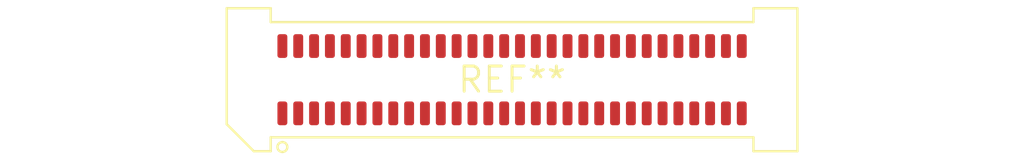
<source format=kicad_pcb>
(kicad_pcb (version 20240108) (generator pcbnew)
  (layers (0 "F.Cu" signal) (31 "B.Cu" signal) (34 "B.Paste" user) (35 "F.Paste" user) (36 "B.SilkS" user "B.Silkscreen") (37 "F.SilkS" user "F.Silkscreen") (38 "B.Mask" user) (39 "F.Mask" user) (44 "Edge.Cuts" user))
  (net 0 "")
  (footprint "Samtec_HSEC8-130-01-X-DV_2x30_P0.8mm_Socket" (layer "F.Cu") (at 0 0)
    (property "Reference" "REF**")
    (property "Value" "Samtec_HSEC8-130-01-X-DV_2x30_P0.8mm_Socket")
    (fp_line (start -14.41 -3.61) (end -12.19 -3.61) (layer "F.SilkS") (stroke (width 0.12)))
    (fp_line (start -14.41 2.245563) (end -14.41 -3.61) (layer "F.SilkS") (stroke (width 0.12)))
    (fp_line (start -13.045563 3.61) (end -14.41 2.245563) (layer "F.SilkS") (stroke (width 0.12)))
    (fp_line (start -12.19 -3.61) (end -12.19 -2.91) (layer "F.SilkS") (stroke (width 0.12)))
    (fp_line (start -12.19 -2.91) (end 12.19 -2.91) (layer "F.SilkS") (stroke (width 0.12)))
    (fp_line (start -12.19 2.91) (end -12.19 3.61) (layer "F.SilkS") (stroke (width 0.12)))
    (fp_line (start -12.19 3.61) (end -13.045563 3.61) (layer "F.SilkS") (stroke (width 0.12)))
    (fp_line (start 12.19 -3.61) (end 14.41 -3.61) (layer "F.SilkS") (stroke (width 0.12)))
    (fp_line (start 12.19 -2.91) (end 12.19 -3.61) (layer "F.SilkS") (stroke (width 0.12)))
    (fp_line (start 12.19 2.91) (end -12.19 2.91) (layer "F.SilkS") (stroke (width 0.12)))
    (fp_line (start 12.19 3.61) (end 12.19 2.91) (layer "F.SilkS") (stroke (width 0.12)))
    (fp_line (start 14.41 -3.61) (end 14.41 3.61) (layer "F.SilkS") (stroke (width 0.12)))
    (fp_line (start 14.41 3.61) (end 12.19 3.61) (layer "F.SilkS") (stroke (width 0.12)))
    (fp_arc (start -11.35 3.4) (mid -11.85 3.4) (end -11.35 3.4) (layer "F.SilkS") (stroke (width 0.12)))
    (pad "1" smd roundrect (at -11.6 1.7) (size 0.5 1.2) (layers "F.Cu" "F.Paste" "F.Mask"))
    (pad "2" smd roundrect (at -11.6 -1.7) (size 0.5 1.2) (layers "F.Cu" "F.Paste" "F.Mask"))
    (pad "3" smd roundrect (at -10.8 1.7) (size 0.5 1.2) (layers "F.Cu" "F.Paste" "F.Mask"))
    (pad "4" smd roundrect (at -10.8 -1.7) (size 0.5 1.2) (layers "F.Cu" "F.Paste" "F.Mask"))
    (pad "5" smd roundrect (at -10 1.7) (size 0.5 1.2) (layers "F.Cu" "F.Paste" "F.Mask"))
    (pad "6" smd roundrect (at -10 -1.7) (size 0.5 1.2) (layers "F.Cu" "F.Paste" "F.Mask"))
    (pad "7" smd roundrect (at -9.2 1.7) (size 0.5 1.2) (layers "F.Cu" "F.Paste" "F.Mask"))
    (pad "8" smd roundrect (at -9.2 -1.7) (size 0.5 1.2) (layers "F.Cu" "F.Paste" "F.Mask"))
    (pad "9" smd roundrect (at -8.4 1.7) (size 0.5 1.2) (layers "F.Cu" "F.Paste" "F.Mask"))
    (pad "10" smd roundrect (at -8.4 -1.7) (size 0.5 1.2) (layers "F.Cu" "F.Paste" "F.Mask"))
    (pad "11" smd roundrect (at -7.6 1.7) (size 0.5 1.2) (layers "F.Cu" "F.Paste" "F.Mask"))
    (pad "12" smd roundrect (at -7.6 -1.7) (size 0.5 1.2) (layers "F.Cu" "F.Paste" "F.Mask"))
    (pad "13" smd roundrect (at -6.8 1.7) (size 0.5 1.2) (layers "F.Cu" "F.Paste" "F.Mask"))
    (pad "14" smd roundrect (at -6.8 -1.7) (size 0.5 1.2) (layers "F.Cu" "F.Paste" "F.Mask"))
    (pad "15" smd roundrect (at -6 1.7) (size 0.5 1.2) (layers "F.Cu" "F.Paste" "F.Mask"))
    (pad "16" smd roundrect (at -6 -1.7) (size 0.5 1.2) (layers "F.Cu" "F.Paste" "F.Mask"))
    (pad "17" smd roundrect (at -5.2 1.7) (size 0.5 1.2) (layers "F.Cu" "F.Paste" "F.Mask"))
    (pad "18" smd roundrect (at -5.2 -1.7) (size 0.5 1.2) (layers "F.Cu" "F.Paste" "F.Mask"))
    (pad "19" smd roundrect (at -4.4 1.7) (size 0.5 1.2) (layers "F.Cu" "F.Paste" "F.Mask"))
    (pad "20" smd roundrect (at -4.4 -1.7) (size 0.5 1.2) (layers "F.Cu" "F.Paste" "F.Mask"))
    (pad "21" smd roundrect (at -3.6 1.7) (size 0.5 1.2) (layers "F.Cu" "F.Paste" "F.Mask"))
    (pad "22" smd roundrect (at -3.6 -1.7) (size 0.5 1.2) (layers "F.Cu" "F.Paste" "F.Mask"))
    (pad "23" smd roundrect (at -2.8 1.7) (size 0.5 1.2) (layers "F.Cu" "F.Paste" "F.Mask"))
    (pad "24" smd roundrect (at -2.8 -1.7) (size 0.5 1.2) (layers "F.Cu" "F.Paste" "F.Mask"))
    (pad "25" smd roundrect (at -2 1.7) (size 0.5 1.2) (layers "F.Cu" "F.Paste" "F.Mask"))
    (pad "26" smd roundrect (at -2 -1.7) (size 0.5 1.2) (layers "F.Cu" "F.Paste" "F.Mask"))
    (pad "27" smd roundrect (at -1.2 1.7) (size 0.5 1.2) (layers "F.Cu" "F.Paste" "F.Mask"))
    (pad "28" smd roundrect (at -1.2 -1.7) (size 0.5 1.2) (layers "F.Cu" "F.Paste" "F.Mask"))
    (pad "29" smd roundrect (at -0.4 1.7) (size 0.5 1.2) (layers "F.Cu" "F.Paste" "F.Mask"))
    (pad "30" smd roundrect (at -0.4 -1.7) (size 0.5 1.2) (layers "F.Cu" "F.Paste" "F.Mask"))
    (pad "31" smd roundrect (at 0.4 1.7) (size 0.5 1.2) (layers "F.Cu" "F.Paste" "F.Mask"))
    (pad "32" smd roundrect (at 0.4 -1.7) (size 0.5 1.2) (layers "F.Cu" "F.Paste" "F.Mask"))
    (pad "33" smd roundrect (at 1.2 1.7) (size 0.5 1.2) (layers "F.Cu" "F.Paste" "F.Mask"))
    (pad "34" smd roundrect (at 1.2 -1.7) (size 0.5 1.2) (layers "F.Cu" "F.Paste" "F.Mask"))
    (pad "35" smd roundrect (at 2 1.7) (size 0.5 1.2) (layers "F.Cu" "F.Paste" "F.Mask"))
    (pad "36" smd roundrect (at 2 -1.7) (size 0.5 1.2) (layers "F.Cu" "F.Paste" "F.Mask"))
    (pad "37" smd roundrect (at 2.8 1.7) (size 0.5 1.2) (layers "F.Cu" "F.Paste" "F.Mask"))
    (pad "38" smd roundrect (at 2.8 -1.7) (size 0.5 1.2) (layers "F.Cu" "F.Paste" "F.Mask"))
    (pad "39" smd roundrect (at 3.6 1.7) (size 0.5 1.2) (layers "F.Cu" "F.Paste" "F.Mask"))
    (pad "40" smd roundrect (at 3.6 -1.7) (size 0.5 1.2) (layers "F.Cu" "F.Paste" "F.Mask"))
    (pad "41" smd roundrect (at 4.4 1.7) (size 0.5 1.2) (layers "F.Cu" "F.Paste" "F.Mask"))
    (pad "42" smd roundrect (at 4.4 -1.7) (size 0.5 1.2) (layers "F.Cu" "F.Paste" "F.Mask"))
    (pad "43" smd roundrect (at 5.2 1.7) (size 0.5 1.2) (layers "F.Cu" "F.Paste" "F.Mask"))
    (pad "44" smd roundrect (at 5.2 -1.7) (size 0.5 1.2) (layers "F.Cu" "F.Paste" "F.Mask"))
    (pad "45" smd roundrect (at 6 1.7) (size 0.5 1.2) (layers "F.Cu" "F.Paste" "F.Mask"))
    (pad "46" smd roundrect (at 6 -1.7) (size 0.5 1.2) (layers "F.Cu" "F.Paste" "F.Mask"))
    (pad "47" smd roundrect (at 6.8 1.7) (size 0.5 1.2) (layers "F.Cu" "F.Paste" "F.Mask"))
    (pad "48" smd roundrect (at 6.8 -1.7) (size 0.5 1.2) (layers "F.Cu" "F.Paste" "F.Mask"))
    (pad "49" smd roundrect (at 7.6 1.7) (size 0.5 1.2) (layers "F.Cu" "F.Paste" "F.Mask"))
    (pad "50" smd roundrect (at 7.6 -1.7) (size 0.5 1.2) (layers "F.Cu" "F.Paste" "F.Mask"))
    (pad "51" smd roundrect (at 8.4 1.7) (size 0.5 1.2) (layers "F.Cu" "F.Paste" "F.Mask"))
    (pad "52" smd roundrect (at 8.4 -1.7) (size 0.5 1.2) (layers "F.Cu" "F.Paste" "F.Mask"))
    (pad "53" smd roundrect (at 9.2 1.7) (size 0.5 1.2) (layers "F.Cu" "F.Paste" "F.Mask"))
    (pad "54" smd roundrect (at 9.2 -1.7) (size 0.5 1.2) (layers "F.Cu" "F.Paste" "F.Mask"))
    (pad "55" smd roundrect (at 10 1.7) (size 0.5 1.2) (layers "F.Cu" "F.Paste" "F.Mask"))
    (pad "56" smd roundrect (at 10 -1.7) (size 0.5 1.2) (layers "F.Cu" "F.Paste" "F.Mask"))
    (pad "57" smd roundrect (at 10.8 1.7) (size 0.5 1.2) (layers "F.Cu" "F.Paste" "F.Mask"))
    (pad "58" smd roundrect (at 10.8 -1.7) (size 0.5 1.2) (layers "F.Cu" "F.Paste" "F.Mask"))
    (pad "59" smd roundrect (at 11.6 1.7) (size 0.5 1.2) (layers "F.Cu" "F.Paste" "F.Mask"))
    (pad "60" smd roundrect (at 11.6 -1.7) (size 0.5 1.2) (layers "F.Cu" "F.Paste" "F.Mask"))
  )
)
</source>
